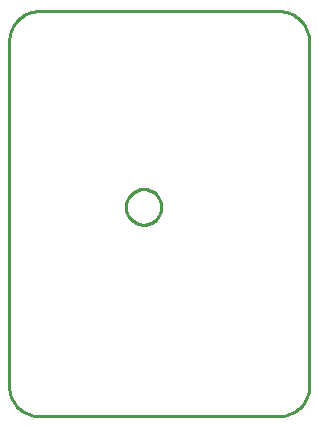
<source format=gbr>
G04 EAGLE Gerber RS-274X export*
G75*
%MOMM*%
%FSLAX34Y34*%
%LPD*%
%IN*%
%IPPOS*%
%AMOC8*
5,1,8,0,0,1.08239X$1,22.5*%
G01*
%ADD10C,0.254000*%


D10*
X0Y25400D02*
X97Y23186D01*
X386Y20989D01*
X865Y18826D01*
X1532Y16713D01*
X2380Y14666D01*
X3403Y12700D01*
X4594Y10831D01*
X5942Y9073D01*
X7440Y7440D01*
X9073Y5942D01*
X10831Y4594D01*
X12700Y3403D01*
X14666Y2380D01*
X16713Y1532D01*
X18826Y865D01*
X20989Y386D01*
X23186Y97D01*
X25400Y0D01*
X228600Y0D01*
X230814Y97D01*
X233011Y386D01*
X235174Y865D01*
X237287Y1532D01*
X239335Y2380D01*
X241300Y3403D01*
X243169Y4594D01*
X244927Y5942D01*
X246561Y7440D01*
X248058Y9073D01*
X249406Y10831D01*
X250597Y12700D01*
X251620Y14666D01*
X252468Y16713D01*
X253135Y18826D01*
X253614Y20989D01*
X253903Y23186D01*
X254000Y25400D01*
X254000Y317500D01*
X253903Y319714D01*
X253614Y321911D01*
X253135Y324074D01*
X252468Y326187D01*
X251620Y328235D01*
X250597Y330200D01*
X249406Y332069D01*
X248058Y333827D01*
X246561Y335461D01*
X244927Y336958D01*
X243169Y338306D01*
X241300Y339497D01*
X239335Y340520D01*
X237287Y341368D01*
X235174Y342035D01*
X233011Y342514D01*
X230814Y342803D01*
X228600Y342900D01*
X25400Y342900D01*
X23186Y342803D01*
X20989Y342514D01*
X18826Y342035D01*
X16713Y341368D01*
X14666Y340520D01*
X12700Y339497D01*
X10831Y338306D01*
X9073Y336958D01*
X7440Y335461D01*
X5942Y333827D01*
X4594Y332069D01*
X3403Y330200D01*
X2380Y328235D01*
X1532Y326187D01*
X865Y324074D01*
X386Y321911D01*
X97Y319714D01*
X0Y317500D01*
X0Y25400D01*
X114456Y192260D02*
X115524Y192184D01*
X116585Y192031D01*
X117632Y191803D01*
X118660Y191501D01*
X119664Y191127D01*
X120639Y190682D01*
X121579Y190168D01*
X122480Y189589D01*
X123338Y188947D01*
X124148Y188245D01*
X124905Y187488D01*
X125607Y186678D01*
X126249Y185820D01*
X126828Y184919D01*
X127342Y183979D01*
X127787Y183004D01*
X128161Y182000D01*
X128463Y180972D01*
X128691Y179925D01*
X128844Y178864D01*
X128920Y177796D01*
X128920Y176724D01*
X128844Y175656D01*
X128691Y174595D01*
X128463Y173548D01*
X128161Y172520D01*
X127787Y171516D01*
X127342Y170541D01*
X126828Y169601D01*
X126249Y168700D01*
X125607Y167842D01*
X124905Y167032D01*
X124148Y166275D01*
X123338Y165573D01*
X122480Y164931D01*
X121579Y164352D01*
X120639Y163838D01*
X119664Y163393D01*
X118660Y163019D01*
X117632Y162717D01*
X116585Y162489D01*
X115524Y162336D01*
X114456Y162260D01*
X113384Y162260D01*
X112316Y162336D01*
X111255Y162489D01*
X110208Y162717D01*
X109180Y163019D01*
X108176Y163393D01*
X107201Y163838D01*
X106261Y164352D01*
X105360Y164931D01*
X104502Y165573D01*
X103692Y166275D01*
X102935Y167032D01*
X102233Y167842D01*
X101591Y168700D01*
X101012Y169601D01*
X100498Y170541D01*
X100053Y171516D01*
X99679Y172520D01*
X99377Y173548D01*
X99149Y174595D01*
X98996Y175656D01*
X98920Y176724D01*
X98920Y177796D01*
X98996Y178864D01*
X99149Y179925D01*
X99377Y180972D01*
X99679Y182000D01*
X100053Y183004D01*
X100498Y183979D01*
X101012Y184919D01*
X101591Y185820D01*
X102233Y186678D01*
X102935Y187488D01*
X103692Y188245D01*
X104502Y188947D01*
X105360Y189589D01*
X106261Y190168D01*
X107201Y190682D01*
X108176Y191127D01*
X109180Y191501D01*
X110208Y191803D01*
X111255Y192031D01*
X112316Y192184D01*
X113384Y192260D01*
X114456Y192260D01*
M02*

</source>
